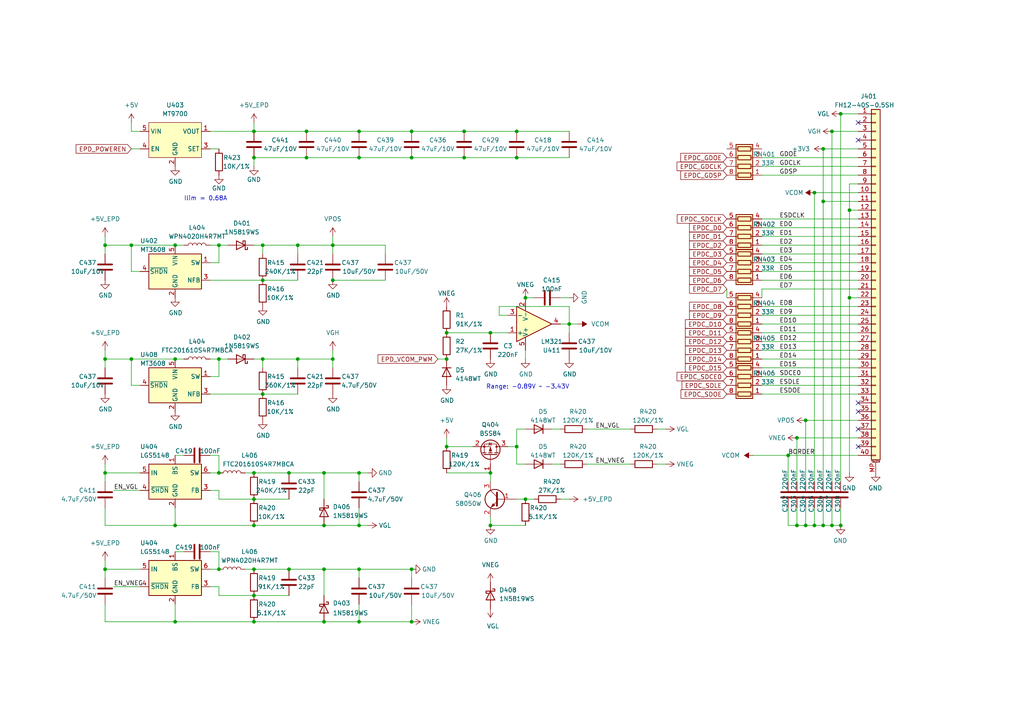
<source format=kicad_sch>
(kicad_sch (version 20230121) (generator eeschema)
  (paper "A4")
  (title_block (title "Caster EPDC") (date "2022-07-03") (rev "R0.4") (company "Copyright 2022 Modos / Engineer: Wenting Zhang"))
  (junction (at 233.68 121.92) (diameter 0.9144))
  (junction (at 165.1 93.98))
  (junction (at 50.8 180.34))
  (junction (at 142.24 96.52))
  (junction (at 104.14 45.72))
  (junction (at 149.86 129.54))
  (junction (at 76.2 71.12))
  (junction (at 129.54 129.54))
  (junction (at 119.38 38.1))
  (junction (at 142.24 137.16))
  (junction (at 119.38 165.1))
  (junction (at 149.86 38.1))
  (junction (at 104.14 165.1))
  (junction (at 86.36 104.14))
  (junction (at 88.9 45.72))
  (junction (at 238.76 152.4) (diameter 0.9144))
  (junction (at 236.22 55.88))
  (junction (at 243.84 152.4) (diameter 0.9144))
  (junction (at 152.4 144.78))
  (junction (at 73.66 144.78) (diameter 0.9144))
  (junction (at 63.5 137.16))
  (junction (at 73.66 38.1))
  (junction (at 104.14 137.16))
  (junction (at 129.54 96.52))
  (junction (at 73.66 165.1) (diameter 0.9144))
  (junction (at 73.66 180.34))
  (junction (at 246.38 60.96) (diameter 0.9144))
  (junction (at 104.14 38.1))
  (junction (at 38.1 71.12))
  (junction (at 238.76 43.18))
  (junction (at 142.24 152.4))
  (junction (at 73.66 152.4))
  (junction (at 76.2 114.3) (diameter 0.9144))
  (junction (at 119.38 180.34))
  (junction (at 228.6 132.08) (diameter 0.9144))
  (junction (at 63.5 71.12))
  (junction (at 236.22 152.4) (diameter 0.9144))
  (junction (at 88.9 38.1))
  (junction (at 73.66 137.16) (diameter 0.9144))
  (junction (at 243.84 33.02) (diameter 0.9144))
  (junction (at 63.5 104.14))
  (junction (at 30.48 165.1))
  (junction (at 129.54 104.14))
  (junction (at 38.1 104.14))
  (junction (at 241.3 152.4) (diameter 0.9144))
  (junction (at 149.86 45.72))
  (junction (at 241.3 38.1) (diameter 0.9144))
  (junction (at 104.14 152.4))
  (junction (at 50.8 152.4))
  (junction (at 104.14 180.34))
  (junction (at 119.38 45.72))
  (junction (at 83.82 165.1))
  (junction (at 96.52 71.12))
  (junction (at 96.52 81.28))
  (junction (at 96.52 104.14))
  (junction (at 50.8 71.12))
  (junction (at 93.98 180.34))
  (junction (at 76.2 104.14))
  (junction (at 86.36 71.12))
  (junction (at 63.5 165.1))
  (junction (at 134.62 45.72))
  (junction (at 73.66 172.72) (diameter 0.9144))
  (junction (at 231.14 127) (diameter 0.9144))
  (junction (at 73.66 45.72))
  (junction (at 93.98 137.16))
  (junction (at 93.98 152.4))
  (junction (at 30.48 137.16))
  (junction (at 83.82 137.16))
  (junction (at 76.2 81.28) (diameter 0.9144))
  (junction (at 93.98 165.1))
  (junction (at 152.4 86.36))
  (junction (at 246.38 86.36) (diameter 0.9144))
  (junction (at 30.48 104.14))
  (junction (at 233.68 152.4) (diameter 0.9144))
  (junction (at 30.48 71.12))
  (junction (at 50.8 104.14))
  (junction (at 231.14 152.4) (diameter 0.9144))
  (junction (at 238.76 58.42) (diameter 0.9144))
  (junction (at 134.62 38.1))
  (no_connect (at 248.92 129.54))
  (no_connect (at 248.92 116.84))
  (no_connect (at 248.92 119.38))
  (no_connect (at 248.92 124.46))
  (no_connect (at 248.92 35.56))
  (no_connect (at 248.92 40.64))
  (wire (pts (xy 30.48 175.26) (xy 30.48 180.34)))
  (wire (pts (xy 165.1 45.72) (xy 149.86 45.72)))
  (wire (pts (xy 63.5 71.12) (xy 66.04 71.12)))
  (wire (pts (xy 60.96 170.18) (xy 63.5 170.18)))
  (wire (pts (xy 162.56 86.36) (xy 165.1 86.36)))
  (wire (pts (xy 220.98 68.58) (xy 248.92 68.58)))
  (wire (pts (xy 149.86 134.62) (xy 152.4 134.62)))
  (wire (pts (xy 86.36 71.12) (xy 86.36 73.66)))
  (wire (pts (xy 73.66 144.78) (xy 63.5 144.78)))
  (wire (pts (xy 147.32 129.54) (xy 149.86 129.54)))
  (wire (pts (xy 73.66 38.1) (xy 88.9 38.1)))
  (wire (pts (xy 220.98 83.82) (xy 248.92 83.82)))
  (wire (pts (xy 241.3 38.1) (xy 248.92 38.1)))
  (wire (pts (xy 73.66 137.16) (xy 83.82 137.16)))
  (wire (pts (xy 144.78 91.44) (xy 147.32 91.44)))
  (wire (pts (xy 50.8 152.4) (xy 73.66 152.4)))
  (wire (pts (xy 134.62 45.72) (xy 149.86 45.72)))
  (wire (pts (xy 76.2 114.3) (xy 86.36 114.3)))
  (wire (pts (xy 30.48 162.56) (xy 30.48 165.1)))
  (wire (pts (xy 30.48 71.12) (xy 30.48 73.66)))
  (wire (pts (xy 38.1 43.18) (xy 40.64 43.18)))
  (wire (pts (xy 238.76 58.42) (xy 238.76 139.7)))
  (wire (pts (xy 73.66 172.72) (xy 83.82 172.72)))
  (wire (pts (xy 220.98 45.72) (xy 248.92 45.72)))
  (wire (pts (xy 236.22 55.88) (xy 248.92 55.88)))
  (wire (pts (xy 160.02 124.46) (xy 162.56 124.46)))
  (wire (pts (xy 220.98 63.5) (xy 248.92 63.5)))
  (wire (pts (xy 96.52 71.12) (xy 96.52 73.66)))
  (wire (pts (xy 50.8 132.08) (xy 53.34 132.08)))
  (wire (pts (xy 220.98 73.66) (xy 248.92 73.66)))
  (wire (pts (xy 30.48 137.16) (xy 30.48 139.7)))
  (wire (pts (xy 220.98 99.06) (xy 248.92 99.06)))
  (wire (pts (xy 210.82 83.82) (xy 210.82 86.36)))
  (wire (pts (xy 246.38 53.34) (xy 246.38 60.96)))
  (wire (pts (xy 119.38 38.1) (xy 134.62 38.1)))
  (wire (pts (xy 220.98 88.9) (xy 248.92 88.9)))
  (wire (pts (xy 60.96 81.28) (xy 76.2 81.28)))
  (wire (pts (xy 127 104.14) (xy 129.54 104.14)))
  (wire (pts (xy 149.86 124.46) (xy 149.86 129.54)))
  (wire (pts (xy 129.54 96.52) (xy 142.24 96.52)))
  (wire (pts (xy 60.96 109.22) (xy 63.5 109.22)))
  (wire (pts (xy 38.1 71.12) (xy 38.1 78.74)))
  (wire (pts (xy 104.14 45.72) (xy 119.38 45.72)))
  (wire (pts (xy 190.5 134.62) (xy 193.04 134.62)))
  (wire (pts (xy 104.14 180.34) (xy 119.38 180.34)))
  (wire (pts (xy 93.98 137.16) (xy 93.98 144.78)))
  (wire (pts (xy 220.98 106.68) (xy 248.92 106.68)))
  (wire (pts (xy 38.1 104.14) (xy 50.8 104.14)))
  (wire (pts (xy 228.6 147.32) (xy 228.6 152.4)))
  (wire (pts (xy 246.38 60.96) (xy 246.38 86.36)))
  (wire (pts (xy 63.5 104.14) (xy 66.04 104.14)))
  (wire (pts (xy 73.66 104.14) (xy 76.2 104.14)))
  (wire (pts (xy 96.52 101.6) (xy 96.52 104.14)))
  (wire (pts (xy 93.98 137.16) (xy 104.14 137.16)))
  (wire (pts (xy 228.6 132.08) (xy 228.6 139.7)))
  (wire (pts (xy 60.96 160.02) (xy 63.5 160.02)))
  (wire (pts (xy 220.98 109.22) (xy 248.92 109.22)))
  (wire (pts (xy 162.56 93.98) (xy 165.1 93.98)))
  (wire (pts (xy 165.1 93.98) (xy 165.1 96.52)))
  (wire (pts (xy 63.5 165.1) (xy 60.96 165.1)))
  (wire (pts (xy 40.64 111.76) (xy 38.1 111.76)))
  (wire (pts (xy 30.48 180.34) (xy 50.8 180.34)))
  (wire (pts (xy 119.38 165.1) (xy 119.38 167.64)))
  (wire (pts (xy 73.66 165.1) (xy 83.82 165.1)))
  (wire (pts (xy 149.86 129.54) (xy 149.86 134.62)))
  (wire (pts (xy 220.98 81.28) (xy 248.92 81.28)))
  (wire (pts (xy 73.66 172.72) (xy 63.5 172.72)))
  (wire (pts (xy 220.98 93.98) (xy 248.92 93.98)))
  (wire (pts (xy 60.96 114.3) (xy 76.2 114.3)))
  (wire (pts (xy 104.14 165.1) (xy 119.38 165.1)))
  (wire (pts (xy 63.5 142.24) (xy 63.5 144.78)))
  (wire (pts (xy 88.9 45.72) (xy 104.14 45.72)))
  (wire (pts (xy 76.2 81.28) (xy 86.36 81.28)))
  (wire (pts (xy 170.18 134.62) (xy 182.88 134.62)))
  (wire (pts (xy 73.66 38.1) (xy 73.66 35.56)))
  (wire (pts (xy 50.8 180.34) (xy 73.66 180.34)))
  (wire (pts (xy 83.82 165.1) (xy 93.98 165.1)))
  (wire (pts (xy 50.8 104.14) (xy 53.34 104.14)))
  (wire (pts (xy 238.76 43.18) (xy 248.92 43.18)))
  (wire (pts (xy 60.96 43.18) (xy 63.5 43.18)))
  (wire (pts (xy 30.48 104.14) (xy 30.48 106.68)))
  (wire (pts (xy 63.5 170.18) (xy 63.5 172.72)))
  (wire (pts (xy 218.44 132.08) (xy 228.6 132.08)))
  (wire (pts (xy 220.98 50.8) (xy 248.92 50.8)))
  (wire (pts (xy 76.2 71.12) (xy 86.36 71.12)))
  (wire (pts (xy 76.2 104.14) (xy 86.36 104.14)))
  (wire (pts (xy 162.56 144.78) (xy 165.1 144.78)))
  (wire (pts (xy 129.54 127) (xy 129.54 129.54)))
  (wire (pts (xy 119.38 175.26) (xy 119.38 180.34)))
  (wire (pts (xy 149.86 144.78) (xy 152.4 144.78)))
  (wire (pts (xy 96.52 81.28) (xy 111.76 81.28)))
  (wire (pts (xy 236.22 147.32) (xy 236.22 152.4)))
  (wire (pts (xy 104.14 152.4) (xy 106.68 152.4)))
  (wire (pts (xy 241.3 152.4) (xy 243.84 152.4)))
  (wire (pts (xy 40.64 78.74) (xy 38.1 78.74)))
  (wire (pts (xy 220.98 114.3) (xy 248.92 114.3)))
  (wire (pts (xy 236.22 55.88) (xy 236.22 139.7)))
  (wire (pts (xy 220.98 96.52) (xy 248.92 96.52)))
  (wire (pts (xy 233.68 121.92) (xy 233.68 139.7)))
  (wire (pts (xy 165.1 38.1) (xy 149.86 38.1)))
  (wire (pts (xy 246.38 86.36) (xy 248.92 86.36)))
  (wire (pts (xy 73.66 165.1) (xy 71.12 165.1)))
  (wire (pts (xy 142.24 137.16) (xy 142.24 139.7)))
  (wire (pts (xy 30.48 101.6) (xy 30.48 104.14)))
  (wire (pts (xy 246.38 86.36) (xy 246.38 137.16)))
  (wire (pts (xy 104.14 165.1) (xy 104.14 167.64)))
  (wire (pts (xy 243.84 33.02) (xy 243.84 139.7)))
  (wire (pts (xy 73.66 180.34) (xy 93.98 180.34)))
  (wire (pts (xy 76.2 104.14) (xy 76.2 106.68)))
  (wire (pts (xy 111.76 71.12) (xy 111.76 73.66)))
  (wire (pts (xy 63.5 137.16) (xy 60.96 137.16)))
  (wire (pts (xy 73.66 152.4) (xy 93.98 152.4)))
  (wire (pts (xy 50.8 71.12) (xy 53.34 71.12)))
  (wire (pts (xy 220.98 91.44) (xy 248.92 91.44)))
  (wire (pts (xy 243.84 147.32) (xy 243.84 152.4)))
  (wire (pts (xy 63.5 76.2) (xy 63.5 71.12)))
  (wire (pts (xy 96.52 71.12) (xy 111.76 71.12)))
  (wire (pts (xy 165.1 93.98) (xy 167.64 93.98)))
  (wire (pts (xy 104.14 137.16) (xy 104.14 139.7)))
  (wire (pts (xy 142.24 149.86) (xy 142.24 152.4)))
  (wire (pts (xy 63.5 160.02) (xy 63.5 165.1)))
  (wire (pts (xy 50.8 147.32) (xy 50.8 152.4)))
  (wire (pts (xy 129.54 137.16) (xy 142.24 137.16)))
  (wire (pts (xy 60.96 104.14) (xy 63.5 104.14)))
  (wire (pts (xy 104.14 147.32) (xy 104.14 152.4)))
  (wire (pts (xy 60.96 71.12) (xy 63.5 71.12)))
  (wire (pts (xy 233.68 152.4) (xy 236.22 152.4)))
  (wire (pts (xy 220.98 101.6) (xy 248.92 101.6)))
  (wire (pts (xy 142.24 96.52) (xy 147.32 96.52)))
  (wire (pts (xy 83.82 137.16) (xy 93.98 137.16)))
  (wire (pts (xy 104.14 137.16) (xy 106.68 137.16)))
  (wire (pts (xy 76.2 71.12) (xy 76.2 73.66)))
  (wire (pts (xy 144.78 88.9) (xy 144.78 91.44)))
  (wire (pts (xy 93.98 180.34) (xy 104.14 180.34)))
  (wire (pts (xy 86.36 71.12) (xy 96.52 71.12)))
  (wire (pts (xy 152.4 124.46) (xy 149.86 124.46)))
  (wire (pts (xy 104.14 38.1) (xy 119.38 38.1)))
  (wire (pts (xy 93.98 152.4) (xy 104.14 152.4)))
  (wire (pts (xy 243.84 33.02) (xy 248.92 33.02)))
  (wire (pts (xy 30.48 147.32) (xy 30.48 152.4)))
  (wire (pts (xy 190.5 124.46) (xy 193.04 124.46)))
  (wire (pts (xy 238.76 58.42) (xy 248.92 58.42)))
  (wire (pts (xy 119.38 45.72) (xy 134.62 45.72)))
  (wire (pts (xy 129.54 129.54) (xy 137.16 129.54)))
  (wire (pts (xy 63.5 109.22) (xy 63.5 104.14)))
  (wire (pts (xy 88.9 38.1) (xy 104.14 38.1)))
  (wire (pts (xy 38.1 38.1) (xy 40.64 38.1)))
  (wire (pts (xy 231.14 147.32) (xy 231.14 152.4)))
  (wire (pts (xy 220.98 104.14) (xy 248.92 104.14)))
  (wire (pts (xy 38.1 35.56) (xy 38.1 38.1)))
  (wire (pts (xy 170.18 124.46) (xy 182.88 124.46)))
  (wire (pts (xy 73.66 45.72) (xy 88.9 45.72)))
  (wire (pts (xy 246.38 60.96) (xy 248.92 60.96)))
  (wire (pts (xy 241.3 38.1) (xy 241.3 139.7)))
  (wire (pts (xy 93.98 165.1) (xy 93.98 172.72)))
  (wire (pts (xy 33.02 142.24) (xy 40.64 142.24)))
  (wire (pts (xy 30.48 165.1) (xy 40.64 165.1)))
  (wire (pts (xy 30.48 71.12) (xy 38.1 71.12)))
  (wire (pts (xy 38.1 71.12) (xy 50.8 71.12)))
  (wire (pts (xy 241.3 147.32) (xy 241.3 152.4)))
  (wire (pts (xy 73.66 45.72) (xy 73.66 48.26)))
  (wire (pts (xy 96.52 68.58) (xy 96.52 71.12)))
  (wire (pts (xy 73.66 71.12) (xy 76.2 71.12)))
  (wire (pts (xy 233.68 147.32) (xy 233.68 152.4)))
  (wire (pts (xy 30.48 137.16) (xy 40.64 137.16)))
  (wire (pts (xy 104.14 175.26) (xy 104.14 180.34)))
  (wire (pts (xy 152.4 101.6) (xy 152.4 104.14)))
  (wire (pts (xy 231.14 152.4) (xy 233.68 152.4)))
  (wire (pts (xy 33.02 170.18) (xy 40.64 170.18)))
  (wire (pts (xy 152.4 86.36) (xy 154.94 86.36)))
  (wire (pts (xy 63.5 132.08) (xy 63.5 137.16)))
  (wire (pts (xy 73.66 137.16) (xy 71.12 137.16)))
  (wire (pts (xy 231.14 127) (xy 248.92 127)))
  (wire (pts (xy 86.36 104.14) (xy 96.52 104.14)))
  (wire (pts (xy 60.96 142.24) (xy 63.5 142.24)))
  (wire (pts (xy 220.98 66.04) (xy 248.92 66.04)))
  (wire (pts (xy 228.6 152.4) (xy 231.14 152.4)))
  (wire (pts (xy 96.52 104.14) (xy 96.52 106.68)))
  (wire (pts (xy 38.1 104.14) (xy 38.1 111.76)))
  (wire (pts (xy 30.48 165.1) (xy 30.48 167.64)))
  (wire (pts (xy 30.48 104.14) (xy 38.1 104.14)))
  (wire (pts (xy 220.98 111.76) (xy 248.92 111.76)))
  (wire (pts (xy 220.98 76.2) (xy 248.92 76.2)))
  (wire (pts (xy 165.1 88.9) (xy 144.78 88.9)))
  (wire (pts (xy 220.98 83.82) (xy 220.98 86.36)))
  (wire (pts (xy 238.76 43.18) (xy 238.76 58.42)))
  (wire (pts (xy 220.98 71.12) (xy 248.92 71.12)))
  (wire (pts (xy 152.4 144.78) (xy 154.94 144.78)))
  (wire (pts (xy 160.02 134.62) (xy 162.56 134.62)))
  (wire (pts (xy 233.68 121.92) (xy 248.92 121.92)))
  (wire (pts (xy 50.8 175.26) (xy 50.8 180.34)))
  (wire (pts (xy 231.14 127) (xy 231.14 139.7)))
  (wire (pts (xy 134.62 38.1) (xy 149.86 38.1)))
  (wire (pts (xy 220.98 48.26) (xy 248.92 48.26)))
  (wire (pts (xy 165.1 93.98) (xy 165.1 88.9)))
  (wire (pts (xy 30.48 152.4) (xy 50.8 152.4)))
  (wire (pts (xy 236.22 152.4) (xy 238.76 152.4)))
  (wire (pts (xy 238.76 147.32) (xy 238.76 152.4)))
  (wire (pts (xy 142.24 152.4) (xy 152.4 152.4)))
  (wire (pts (xy 228.6 132.08) (xy 248.92 132.08)))
  (wire (pts (xy 60.96 132.08) (xy 63.5 132.08)))
  (wire (pts (xy 238.76 152.4) (xy 241.3 152.4)))
  (wire (pts (xy 50.8 160.02) (xy 53.34 160.02)))
  (wire (pts (xy 248.92 53.34) (xy 246.38 53.34)))
  (wire (pts (xy 73.66 144.78) (xy 83.82 144.78)))
  (wire (pts (xy 220.98 78.74) (xy 248.92 78.74)))
  (wire (pts (xy 30.48 68.58) (xy 30.48 71.12)))
  (wire (pts (xy 60.96 38.1) (xy 73.66 38.1)))
  (wire (pts (xy 93.98 165.1) (xy 104.14 165.1)))
  (wire (pts (xy 86.36 104.14) (xy 86.36 106.68)))
  (wire (pts (xy 30.48 134.62) (xy 30.48 137.16)))
  (wire (pts (xy 60.96 76.2) (xy 63.5 76.2)))
  (text "Ilim = 0.68A" (at 53.34 58.42 0) (effects (font (size 1.27 1.27)) (justify left bottom)))
  (text "Range: -0.89V ~ -3.43V" (at 140.97 113.03 0) (effects (font (size 1.27 1.27)) (justify left bottom)))
  (label "EN_VGL" (at 33.02 142.24 0))
  (label "GDOE" (at 226.06 45.72 0))
  (label "ED15" (at 226.06 106.68 0))
  (label "ED14" (at 226.06 104.14 0))
  (label "ED13" (at 226.06 101.6 0))
  (label "ESDCLK" (at 226.06 63.5 0))
  (label "GDCLK" (at 226.06 48.26 0))
  (label "ESDLE" (at 226.06 111.76 0))
  (label "ED1" (at 226.06 68.58 0))
  (label "ED9" (at 226.06 91.44 0))
  (label "ED10" (at 226.06 93.98 0))
  (label "EN_VGL" (at 172.72 124.46 0))
  (label "ED11" (at 226.06 96.52 0))
  (label "EN_VNEG" (at 172.72 134.62 0))
  (label "ESDOE" (at 226.06 114.3 0))
  (label "ED7" (at 226.06 83.82 0))
  (label "ED6" (at 226.06 81.28 0))
  (label "ED2" (at 226.06 71.12 0))
  (label "GDSP" (at 226.06 50.8 0))
  (label "EN_VNEG" (at 33.02 170.18 0))
  (label "BORDER" (at 228.6 132.08 0))
  (label "ED5" (at 226.06 78.74 0))
  (label "ED12" (at 226.06 99.06 0))
  (label "ED4" (at 226.06 76.2 0))
  (label "ED3" (at 226.06 73.66 0))
  (label "ED8" (at 226.06 88.9 0))
  (label "SDCE0" (at 226.06 109.22 0))
  (label "ED0" (at 226.06 66.04 0))
  (global_label "EPDC_D2" (shape input) (at 210.82 71.12 180) (property "Intersheetrefs" "${INTERSHEET_REFS}" (effects hide)))
  (global_label "EPDC_D9" (shape input) (at 210.82 91.44 180) (property "Intersheetrefs" "${INTERSHEET_REFS}" (effects hide)))
  (global_label "EPDC_GDSP" (shape input) (at 210.82 50.8 180) (property "Intersheetrefs" "${INTERSHEET_REFS}" (effects hide)))
  (global_label "EPDC_D4" (shape input) (at 210.82 76.2 180) (property "Intersheetrefs" "${INTERSHEET_REFS}" (effects hide)))
  (global_label "EPDC_D11" (shape input) (at 210.82 96.52 180) (property "Intersheetrefs" "${INTERSHEET_REFS}" (effects hide)))
  (global_label "EPDC_D15" (shape input) (at 210.82 106.68 180) (property "Intersheetrefs" "${INTERSHEET_REFS}" (effects hide)))
  (global_label "EPDC_SDCLK" (shape input) (at 210.82 63.5 180) (property "Intersheetrefs" "${INTERSHEET_REFS}" (effects hide)))
  (global_label "EPDC_GDOE" (shape input) (at 210.82 45.72 180) (property "Intersheetrefs" "${INTERSHEET_REFS}" (effects hide)))
  (global_label "EPDC_D8" (shape input) (at 210.82 88.9 180) (property "Intersheetrefs" "${INTERSHEET_REFS}" (effects hide)))
  (global_label "EPDC_GDCLK" (shape input) (at 210.82 48.26 180) (property "Intersheetrefs" "${INTERSHEET_REFS}" (effects hide)))
  (global_label "EPDC_D7" (shape input) (at 210.82 83.82 180) (property "Intersheetrefs" "${INTERSHEET_REFS}" (effects hide)))
  (global_label "EPDC_SDOE" (shape input) (at 210.82 114.3 180) (property "Intersheetrefs" "${INTERSHEET_REFS}" (effects hide)))
  (global_label "EPDC_D12" (shape input) (at 210.82 99.06 180) (property "Intersheetrefs" "${INTERSHEET_REFS}" (effects hide)))
  (global_label "EPDC_D13" (shape input) (at 210.82 101.6 180) (property "Intersheetrefs" "${INTERSHEET_REFS}" (effects hide)))
  (global_label "EPDC_D6" (shape input) (at 210.82 81.28 180) (property "Intersheetrefs" "${INTERSHEET_REFS}" (effects hide)))
  (global_label "EPDC_D14" (shape input) (at 210.82 104.14 180) (property "Intersheetrefs" "${INTERSHEET_REFS}" (effects hide)))
  (global_label "EPDC_SDLE" (shape input) (at 210.82 111.76 180) (property "Intersheetrefs" "${INTERSHEET_REFS}" (effects hide)))
  (global_label "EPDC_D5" (shape input) (at 210.82 78.74 180) (property "Intersheetrefs" "${INTERSHEET_REFS}" (effects hide)))
  (global_label "EPDC_D0" (shape input) (at 210.82 66.04 180) (property "Intersheetrefs" "${INTERSHEET_REFS}" (effects hide)))
  (global_label "EPD_VCOM_PWM" (shape input) (at 127 104.14 180) (property "Intersheetrefs" "${INTERSHEET_REFS}" (effects hide)))
  (global_label "EPDC_D10" (shape input) (at 210.82 93.98 180) (property "Intersheetrefs" "${INTERSHEET_REFS}" (effects hide)))
  (global_label "EPDC_SDCE0" (shape input) (at 210.82 109.22 180) (property "Intersheetrefs" "${INTERSHEET_REFS}" (effects hide)))
  (global_label "EPDC_D3" (shape input) (at 210.82 73.66 180) (property "Intersheetrefs" "${INTERSHEET_REFS}" (effects hide)))
  (global_label "EPDC_D1" (shape input) (at 210.82 68.58 180) (property "Intersheetrefs" "${INTERSHEET_REFS}" (effects hide)))
  (global_label "EPD_POWEREN" (shape input) (at 38.1 43.18 180) (property "Intersheetrefs" "${INTERSHEET_REFS}" (effects hide)))
  (symbol (lib_id "power:GND") (at 106.68 137.16 90) (unit 1)
    (property "Reference" "#PWR0458" (effects hide))
    (property "Value" "GND" (at 111.76 137.16 90))
    (instances (project "pcb" (path "" (reference "#PWR0458") (unit 1)) (path "" (reference "#PWR0473") (unit 1))) (project "pcb" (path "" (reference "#PWR022") (unit 1))) (project "pcb" (path "" (reference "#PWR021") (unit 1))))
  )
  (symbol (lib_id "symbols:VNEG") (at 231.14 127 90) (unit 1)
    (property "Reference" "#PWR0402" (effects hide))
    (property "Value" "VNEG" (at 225.425 127 90))
  )
  (symbol (lib_id "Device:C") (at 158.75 86.36 270) (unit 1)
    (property "Reference" "C415" (at 160.02 81.28 90))
    (property "Value" "100nF" (at 160.02 83.82 90))
    (property "Footprint" "Capacitor_SMD:C_0402_1005Metric" (effects hide))
    (instances (project "pcb" (path "" (reference "C415") (unit 1)) (path "" (reference "C440") (unit 1))) (project "pcb" (path "" (reference "C7") (unit 1))) (project "pcb" (path "" (reference "C12") (unit 1))))
  )
  (symbol (lib_id "symbols:+5V_EPD") (at 30.48 101.6 0) (unit 1)
    (property "Reference" "#PWR0449" (effects hide))
    (property "Value" "+5V_EPD" (at 30.48 96.52 0))
  )
  (symbol (lib_id "symbols:VNEG") (at 129.54 88.9 0) (unit 1)
    (property "Reference" "#PWR0478" (effects hide))
    (property "Value" "VNEG" (at 129.54 85.09 0))
  )
  (symbol (lib_id "Device:C") (at 57.15 132.08 270) (unit 1)
    (property "Reference" "C419" (at 53.34 130.81 90))
    (property "Value" "100nF" (at 60.96 130.81 90))
    (property "Footprint" "Capacitor_SMD:C_0402_1005Metric" (effects hide))
    (instances (project "pcb" (path "" (reference "C419") (unit 1)) (path "" (reference "C430") (unit 1))) (project "pcb" (path "" (reference "C11") (unit 1))) (project "pcb" (path "" (reference "C13") (unit 1))))
  )
  (symbol (lib_id "Device:C") (at 165.1 41.91 0) (mirror x) (unit 1)
    (property "Reference" "C414" (at 172.72 40.64 0))
    (property "Value" "47uF/10V" (at 172.72 43.18 0))
    (property "Footprint" "Capacitor_SMD:C_1206_3216Metric" (effects hide))
    (property "LCSC" "C105490" (effects hide))
    (property "Ref.Price" "0.0165" (effects hide))
    (instances (project "pcb" (path "" (reference "C414") (unit 1)) (path "" (reference "C414") (unit 1))) (project "pcb" (path "" (reference "C22") (unit 1))))
  )
  (symbol (lib_id "Device:R_Pack04") (at 215.9 88.9 90) (unit 1)
    (property "Reference" "RN404" (at 224.8916 87.9348 90) (effects (justify left)))
    (property "Value" "33R" (at 224.663 90.4748 90) (effects (justify left)))
    (property "Footprint" "Resistor_SMD:R_Array_Convex_4x0402" (effects hide))
  )
  (symbol (lib_id "symbols:LT1615") (at 50.8 78.74 0) (unit 1)
    (property "Reference" "U402" (at 40.64 69.85 0) (effects (justify left)))
    (property "Value" "MT3608" (at 40.64 72.39 0) (effects (justify left)))
    (property "Footprint" "Package_TO_SOT_SMD:TSOT-23-5" (effects hide))
  )
  (symbol (lib_id "Device:R") (at 152.4 148.59 180) (unit 1)
    (property "Reference" "R420" (at 156.21 147.32 0))
    (property "Value" "5.1K/1%" (at 157.48 149.86 0))
    (property "Footprint" "Resistor_SMD:R_0402_1005Metric" (effects hide))
    (instances (project "pcb" (path "" (reference "R420") (unit 1)) (path "" (reference "R429") (unit 1))) (project "pcb" (path "" (reference "R6") (unit 1))) (project "pcb" (path "" (reference "R8") (unit 1))))
  )
  (symbol (lib_id "symbols:SY8120") (at 50.8 139.7 0) (unit 1)
    (property "Reference" "U404" (at 40.64 129.54 0) (effects (justify left)))
    (property "Value" "LGS5148" (at 40.64 132.08 0) (effects (justify left)))
    (property "Footprint" "Package_TO_SOT_SMD:TSOT-23-6" (effects hide))
    (instances (project "pcb" (path "" (reference "U404") (unit 1)) (path "" (reference "U410") (unit 1))) (project "pcb" (path "" (reference "U3") (unit 1))))
  )
  (symbol (lib_id "symbols:+5V_EPD") (at 165.1 144.78 270) (unit 1)
    (property "Reference" "#PWR0490" (effects hide))
    (property "Value" "+5V_EPD" (at 168.91 144.78 90) (effects (justify left)))
  )
  (symbol (lib_id "Device:C") (at 149.86 41.91 0) (mirror x) (unit 1)
    (property "Reference" "C418" (at 157.48 40.64 0))
    (property "Value" "47uF/10V" (at 157.48 43.18 0))
    (property "Footprint" "Capacitor_SMD:C_1206_3216Metric" (effects hide))
    (property "LCSC" "C105490" (effects hide))
    (property "Ref.Price" "0.0165" (effects hide))
    (instances (project "pcb" (path "" (reference "C418") (unit 1)) (path "" (reference "C418") (unit 1))) (project "pcb" (path "" (reference "C24") (unit 1))))
  )
  (symbol (lib_id "Device:C") (at 243.84 143.51 0) (unit 1)
    (property "Reference" "C308" (at 242.951 148.6916 90) (effects (justify left)))
    (property "Value" "220nF" (at 242.951 142.113 90) (effects (justify left)))
    (property "Footprint" "Capacitor_SMD:C_0402_1005Metric" (effects hide))
    (property "LCSC" "C880414" (effects hide))
    (property "Ref.Price" "0.0036" (effects hide))
  )
  (symbol (lib_id "Device:C") (at 73.66 41.91 0) (mirror x) (unit 1)
    (property "Reference" "C441" (at 81.28 40.64 0))
    (property "Value" "47uF/10V" (at 81.28 43.18 0))
    (property "Footprint" "Capacitor_SMD:C_1206_3216Metric" (effects hide))
    (property "LCSC" "C105490" (effects hide))
    (property "Ref.Price" "0.0165" (effects hide))
    (instances (project "pcb" (path "" (reference "C441") (unit 1)) (path "" (reference "C405") (unit 1))) (project "pcb" (path "" (reference "C30") (unit 1))))
  )
  (symbol (lib_id "Device:L") (at 57.15 71.12 90) (unit 1)
    (property "Reference" "L404" (at 57.15 66.04 90))
    (property "Value" "WPN4020H4R7MT" (at 57.15 68.58 90))
    (property "Footprint" "Inductor_SMD:L_Changjiang_FNR4020S" (effects hide))
    (instances (project "pcb" (path "" (reference "L404") (unit 1)) (path "" (reference "L401") (unit 1))) (project "pcb" (path "" (reference "L1") (unit 1))) (project "pcb" (path "" (reference "L2") (unit 1))))
  )
  (symbol (lib_id "Device:C") (at 233.68 143.51 0) (unit 1)
    (property "Reference" "C304" (at 232.791 148.6916 90) (effects (justify left)))
    (property "Value" "220nF" (at 232.791 142.113 90) (effects (justify left)))
    (property "Footprint" "Capacitor_SMD:C_0402_1005Metric" (effects hide))
    (property "LCSC" "C880414" (effects hide))
    (property "Ref.Price" "0.0036" (effects hide))
  )
  (symbol (lib_id "Transistor_FET:BSS84") (at 142.24 132.08 270) (mirror x) (unit 1)
    (property "Reference" "Q404" (at 142.24 123.19 90))
    (property "Value" "BSS84" (at 142.24 125.73 90))
    (property "Footprint" "Package_TO_SOT_SMD:SOT-23" (effects hide))
    (property "Datasheet" "http://assets.nexperia.com/documents/data-sheet/BSS84.pdf" (effects hide))
  )
  (symbol (lib_id "Device:R") (at 73.66 140.97 180) (unit 1)
    (property "Reference" "R419" (at 77.47 139.7 0))
    (property "Value" "240K/1%" (at 78.74 142.24 0))
    (property "Footprint" "Resistor_SMD:R_0402_1005Metric" (effects hide))
    (instances (project "pcb" (path "" (reference "R419") (unit 1)) (path "" (reference "R408") (unit 1))) (project "pcb" (path "" (reference "R5") (unit 1))) (project "pcb" (path "" (reference "R7") (unit 1))))
  )
  (symbol (lib_id "Device:R") (at 186.69 124.46 270) (unit 1)
    (property "Reference" "R420" (at 187.96 119.38 90))
    (property "Value" "120K/1%" (at 187.96 121.92 90))
    (property "Footprint" "Resistor_SMD:R_0402_1005Metric" (effects hide))
    (instances (project "pcb" (path "" (reference "R420") (unit 1)) (path "" (reference "R433") (unit 1))) (project "pcb" (path "" (reference "R6") (unit 1))) (project "pcb" (path "" (reference "R8") (unit 1))))
  )
  (symbol (lib_id "power:+5V") (at 129.54 127 0) (unit 1)
    (property "Reference" "#PWR0438" (effects hide))
    (property "Value" "+5V" (at 129.54 121.92 0))
    (instances (project "pcb" (path "" (reference "#PWR0438") (unit 1)) (path "" (reference "#PWR0488") (unit 1))) (project "pcb" (path "" (reference "#PWR07") (unit 1))))
  )
  (symbol (lib_id "Device:C") (at 236.22 143.51 0) (unit 1)
    (property "Reference" "C305" (at 235.331 148.6916 90) (effects (justify left)))
    (property "Value" "220nF" (at 235.331 142.113 90) (effects (justify left)))
    (property "Footprint" "Capacitor_SMD:C_0402_1005Metric" (effects hide))
    (property "LCSC" "C880414" (effects hide))
    (property "Ref.Price" "0.0036" (effects hide))
  )
  (symbol (lib_name "+5V_1") (lib_id "power:+5V") (at 38.1 35.56 0) (unit 1)
    (property "Reference" "#PWR0409" (effects hide))
    (property "Value" "+5V" (at 38.1 30.48 0))
  )
  (symbol (lib_id "power:+3V3") (at 238.76 43.18 90) (unit 1)
    (property "Reference" "#PWR0405" (effects hide))
    (property "Value" "+3V3" (at 234.95 43.18 90) (effects (justify left)))
  )
  (symbol (lib_id "Diode:1N5819WS") (at 93.98 176.53 270) (unit 1)
    (property "Reference" "D403" (at 96.52 174.9425 90) (effects (justify left)))
    (property "Value" "1N5819WS" (at 96.52 177.8 90) (effects (justify left)))
    (property "Footprint" "Diode_SMD:D_SOD-323" (effects hide))
    (property "Datasheet" "https://datasheet.lcsc.com/lcsc/2204281430_Guangdong-Hottech-1N5819WS_C191023.pdf" (effects hide))
  )
  (symbol (lib_id "Device:R") (at 166.37 134.62 270) (unit 1)
    (property "Reference" "R420" (at 167.64 129.54 90))
    (property "Value" "120K/1%" (at 167.64 132.08 90))
    (property "Footprint" "Resistor_SMD:R_0402_1005Metric" (effects hide))
    (instances (project "pcb" (path "" (reference "R420") (unit 1)) (path "" (reference "R432") (unit 1))) (project "pcb" (path "" (reference "R6") (unit 1))) (project "pcb" (path "" (reference "R8") (unit 1))))
  )
  (symbol (lib_id "symbols:VNEG") (at 119.38 180.34 270) (unit 1)
    (property "Reference" "#PWR0474" (effects hide))
    (property "Value" "VNEG" (at 125.095 180.34 90))
  )
  (symbol (lib_id "symbols:VGL") (at 106.68 152.4 270) (unit 1)
    (property "Reference" "#PWR0475" (effects hide))
    (property "Value" "VGL" (at 109.855 152.4001 90) (effects (justify left)))
  )
  (symbol (lib_id "Device:R") (at 129.54 133.35 180) (unit 1)
    (property "Reference" "R419" (at 133.35 132.08 0))
    (property "Value" "120K/1%" (at 134.62 134.62 0))
    (property "Footprint" "Resistor_SMD:R_0402_1005Metric" (effects hide))
    (instances (project "pcb" (path "" (reference "R419") (unit 1)) (path "" (reference "R427") (unit 1))) (project "pcb" (path "" (reference "R5") (unit 1))) (project "pcb" (path "" (reference "R7") (unit 1))))
  )
  (symbol (lib_id "power:GND") (at 246.38 137.16 0) (mirror y) (unit 1)
    (property "Reference" "#PWR0408" (effects hide))
    (property "Value" "GND" (at 246.253 141.5542 0))
  )
  (symbol (lib_id "symbols:VGH") (at 96.52 101.6 0) (unit 1)
    (property "Reference" "#PWR0453" (effects hide))
    (property "Value" "VGH" (at 96.52 96.52 0))
  )
  (symbol (lib_id "Device:C") (at 111.76 77.47 180) (unit 1)
    (property "Reference" "C437" (at 116.84 76.2 0))
    (property "Value" "10uF/50V" (at 119.38 78.74 0))
    (property "Footprint" "Capacitor_SMD:C_1206_3216Metric" (effects hide))
    (instances (project "pcb" (path "" (reference "C437") (unit 1)) (path "" (reference "C441") (unit 1))) (project "pcb" (path "" (reference "C19") (unit 1))) (project "pcb" (path "" (reference "C15") (unit 1))))
  )
  (symbol (lib_id "power:GND") (at 142.24 152.4 0) (unit 1)
    (property "Reference" "#PWR0444" (effects hide))
    (property "Value" "GND" (at 142.367 156.7942 0))
    (instances (project "pcb" (path "" (reference "#PWR0444") (unit 1)) (path "" (reference "#PWR0489") (unit 1))) (project "pcb" (path "" (reference "#PWR013") (unit 1))) (project "pcb" (path "" (reference "#PWR017") (unit 1))))
  )
  (symbol (lib_id "Device:D") (at 156.21 124.46 180) (unit 1)
    (property "Reference" "D5" (at 157.48 119.38 0))
    (property "Value" "4148WT" (at 157.48 121.92 0))
    (property "Footprint" "Diode_SMD:D_SOD-523" (effects hide))
    (property "Sim.Device" "D" (effects hide))
    (property "Sim.Pins" "1=K 2=A" (effects hide))
    (instances (project "adapter" (path "" (reference "D5") (unit 1))) (project "pcb" (path "" (reference "D410") (unit 1))))
  )
  (symbol (lib_id "power:GND") (at 254 137.16 0) (mirror y) (unit 1)
    (property "Reference" "#PWR0414" (effects hide))
    (property "Value" "GND" (at 253.873 141.5542 0))
  )
  (symbol (lib_id "Device:D") (at 156.21 134.62 180) (unit 1)
    (property "Reference" "D5" (at 157.48 129.54 0))
    (property "Value" "4148WT" (at 157.48 132.08 0))
    (property "Footprint" "Diode_SMD:D_SOD-523" (effects hide))
    (property "Sim.Device" "D" (effects hide))
    (property "Sim.Pins" "1=K 2=A" (effects hide))
    (instances (project "adapter" (path "" (reference "D5") (unit 1))) (project "pcb" (path "" (reference "D409") (unit 1))))
  )
  (symbol (lib_id "Device:R_Pack04") (at 215.9 109.22 90) (unit 1)
    (property "Reference" "RN406" (at 224.8916 108.2548 90) (effects (justify left)))
    (property "Value" "33R" (at 224.663 110.7948 90) (effects (justify left)))
    (property "Footprint" "Resistor_SMD:R_Array_Convex_4x0402" (effects hide))
  )
  (symbol (lib_id "Device:R_Pack04") (at 215.9 99.06 90) (unit 1)
    (property "Reference" "RN405" (at 224.8916 98.0948 90) (effects (justify left)))
    (property "Value" "33R" (at 224.663 100.6348 90) (effects (justify left)))
    (property "Footprint" "Resistor_SMD:R_Array_Convex_4x0402" (effects hide))
  )
  (symbol (lib_id "Device:C") (at 30.48 110.49 0) (mirror x) (unit 1)
    (property "Reference" "C437" (at 25.4 109.22 0))
    (property "Value" "10uF/10V" (at 25.4 111.76 0))
    (property "Footprint" "Capacitor_SMD:C_0805_2012Metric" (effects hide))
    (instances (project "pcb" (path "" (reference "C437") (unit 1)) (path "" (reference "C406") (unit 1))) (project "pcb" (path "" (reference "C19") (unit 1))) (project "pcb" (path "" (reference "C15") (unit 1))))
  )
  (symbol (lib_id "Device:C") (at 30.48 77.47 0) (mirror x) (unit 1)
    (property "Reference" "C437" (at 25.4 76.2 0))
    (property "Value" "10uF/10V" (at 25.4 78.74 0))
    (property "Footprint" "Capacitor_SMD:C_0805_2012Metric" (effects hide))
    (instances (project "pcb" (path "" (reference "C437") (unit 1)) (path "" (reference "C422") (unit 1))) (project "pcb" (path "" (reference "C19") (unit 1))) (project "pcb" (path "" (reference "C15") (unit 1))))
  )
  (symbol (lib_id "power:GND") (at 243.84 152.4 0) (mirror y) (unit 1)
    (property "Reference" "#PWR0329" (effects hide))
    (property "Value" "GND" (at 243.713 156.7942 0))
  )
  (symbol (lib_id "Device:R") (at 76.2 110.49 180) (unit 1)
    (property "Reference" "R415" (at 80.01 109.22 0))
    (property "Value" "360K/1%" (at 81.28 111.76 0))
    (property "Footprint" "Resistor_SMD:R_0402_1005Metric" (effects hide))
    (instances (project "pcb" (path "" (reference "R415") (unit 1)) (path "" (reference "R404") (unit 1))) (project "pcb" (path "" (reference "R1") (unit 1))) (project "pcb" (path "" (reference "R7") (unit 1))))
  )
  (symbol (lib_id "power:VCOM") (at 167.64 93.98 270) (unit 1)
    (property "Reference" "#PWR0481" (effects hide))
    (property "Value" "VCOM" (at 171.45 93.98 90) (effects (justify left)))
  )
  (symbol (lib_id "power:GND") (at 129.54 111.76 0) (unit 1)
    (property "Reference" "#PWR011" (effects hide))
    (property "Value" "GND" (at 129.667 116.1542 0))
    (instances (project "adapter" (path "" (reference "#PWR011") (unit 1))) (project "pcb" (path "" (reference "#PWR0479") (unit 1))))
  )
  (symbol (lib_id "power:GND") (at 50.8 86.36 0) (unit 1)
    (property "Reference" "#PWR0444" (effects hide))
    (property "Value" "GND" (at 50.927 90.7542 0))
    (instances (project "pcb" (path "" (reference "#PWR0444") (unit 1)) (path "" (reference "#PWR0419") (unit 1))) (project "pcb" (path "" (reference "#PWR013") (unit 1))) (project "pcb" (path "" (reference "#PWR017") (unit 1))))
  )
  (symbol (lib_id "Device:C") (at 57.15 160.02 270) (unit 1)
    (property "Reference" "C419" (at 53.34 158.75 90))
    (property "Value" "100nF" (at 60.96 158.75 90))
    (property "Footprint" "Capacitor_SMD:C_0402_1005Metric" (effects hide))
    (instances (project "pcb" (path "" (reference "C419") (unit 1)) (path "" (reference "C427") (unit 1))) (project "pcb" (path "" (reference "C11") (unit 1))) (project "pcb" (path "" (reference "C13") (unit 1))))
  )
  (symbol (lib_id "Amplifier_Operational:LM321") (at 154.94 93.98 0) (mirror x) (unit 1)
    (property "Reference" "U411" (at 160.02 101.6 0))
    (property "Value" "LM321" (at 160.02 99.06 0))
    (property "Footprint" "Package_TO_SOT_SMD:SOT-23-5" (effects hide))
    (property "Datasheet" "http://www.ti.com/lit/ds/symlink/lm321.pdf" (effects hide))
  )
  (symbol (lib_id "Device:L") (at 67.31 137.16 90) (unit 1)
    (property "Reference" "L406" (at 72.39 132.08 90))
    (property "Value" "FTC201610S4R7MBCA" (at 74.93 134.62 90))
    (property "Footprint" "Inductor_SMD:L_Murata_DFE201610P" (effects hide))
    (instances (project "pcb" (path "" (reference "L406") (unit 1)) (path "" (reference "L405") (unit 1))) (project "pcb" (path "" (reference "L3") (unit 1))) (project "pcb" (path "" (reference "L2") (unit 1))))
  )
  (symbol (lib_id "Device:Q_NPN_BEC") (at 144.78 144.78 0) (mirror y) (unit 1)
    (property "Reference" "Q406" (at 139.7 143.51 0) (effects (justify left)))
    (property "Value" "S8050W" (at 139.7 146.05 0) (effects (justify left)))
    (property "Footprint" "Package_TO_SOT_SMD:SOT-323_SC-70" (effects hide))
  )
  (symbol (lib_id "symbols:VGL") (at 243.84 33.02 90) (unit 1)
    (property "Reference" "#PWR0407" (effects hide))
    (property "Value" "VGL" (at 240.665 33.0199 90) (effects (justify left)))
  )
  (symbol (lib_id "Device:C") (at 30.48 171.45 180) (unit 1)
    (property "Reference" "C411" (at 25.4 170.18 0))
    (property "Value" "4.7uF/50V" (at 22.86 172.72 0))
    (property "Footprint" "Capacitor_SMD:C_0805_2012Metric" (effects hide))
    (instances (project "pcb" (path "" (reference "C411") (unit 1)) (path "" (reference "C425") (unit 1))) (project "pcb" (path "" (reference "C3") (unit 1))) (project "pcb" (path "" (reference "C10") (unit 1))))
  )
  (symbol (lib_id "symbols:LT1615") (at 50.8 111.76 0) (unit 1)
    (property "Reference" "U408" (at 40.64 102.87 0) (effects (justify left)))
    (property "Value" "MT3608" (at 40.64 105.41 0) (effects (justify left)))
    (property "Footprint" "Package_TO_SOT_SMD:TSOT-23-5" (effects hide))
  )
  (symbol (lib_id "Device:C") (at 142.24 100.33 180) (unit 1)
    (property "Reference" "C3" (at 147.32 100.33 0))
    (property "Value" "220nF" (at 147.32 102.87 0))
    (property "Footprint" "Capacitor_SMD:C_0402_1005Metric" (effects hide))
    (instances (project "adapter" (path "" (reference "C3") (unit 1))) (project "pcb" (path "" (reference "C436") (unit 1))))
  )
  (symbol (lib_id "Connector_Generic_MountingPin:Conn_01x40_MountingPin") (at 254 81.28 0) (unit 1)
    (property "Reference" "J401" (at 251.968 27.94 0))
    (property "Value" "FH12-40S-0.5SH" (at 250.698 30.48 0))
    (property "Footprint" "footprints:Hirose_FH12-40S-0.5SH_1x40-1MP_P0.50mm_Horizontal_Reversed" (effects hide))
  )
  (symbol (lib_id "Diode:1N5819WS") (at 69.85 71.12 180) (unit 1)
    (property "Reference" "D401" (at 70.1675 64.77 0))
    (property "Value" "1N5819WS" (at 70.1675 67.31 0))
    (property "Footprint" "Diode_SMD:D_SOD-323" (effects hide))
    (property "Datasheet" "https://datasheet.lcsc.com/lcsc/2204281430_Guangdong-Hottech-1N5819WS_C191023.pdf" (effects hide))
  )
  (symbol (lib_id "symbols:+5V_EPD") (at 30.48 68.58 0) (unit 1)
    (property "Reference" "#PWR0417" (effects hide))
    (property "Value" "+5V_EPD" (at 30.48 63.5 0))
  )
  (symbol (lib_id "Device:C") (at 30.48 143.51 180) (unit 1)
    (property "Reference" "C411" (at 25.4 142.24 0))
    (property "Value" "4.7uF/50V" (at 22.86 144.78 0))
    (property "Footprint" "Capacitor_SMD:C_0805_2012Metric" (effects hide))
    (instances (project "pcb" (path "" (reference "C411") (unit 1)) (path "" (reference "C426") (unit 1))) (project "pcb" (path "" (reference "C3") (unit 1))) (project "pcb" (path "" (reference "C10") (unit 1))))
  )
  (symbol (lib_id "Device:R") (at 63.5 46.99 180) (unit 1)
    (property "Reference" "R423" (at 67.31 45.72 0))
    (property "Value" "10K/1%" (at 68.58 48.26 0))
    (property "Footprint" "Resistor_SMD:R_0402_1005Metric" (effects hide))
    (instances (project "pcb" (path "" (reference "R423") (unit 1)) (path "" (reference "R401") (unit 1))) (project "pcb" (path "" (reference "R9") (unit 1))) (project "pcb" (path "" (reference "R7") (unit 1))))
  )
  (symbol (lib_id "Device:R") (at 129.54 100.33 0) (unit 1)
    (property "Reference" "R2" (at 132.08 99.06 0) (effects (justify left)))
    (property "Value" "27K/1%" (at 132.08 101.6 0) (effects (justify left)))
    (property "Footprint" "Resistor_SMD:R_0402_1005Metric" (effects hide))
    (instances (project "adapter" (path "" (reference "R2") (unit 1))) (project "pcb" (path "" (reference "R411") (unit 1))))
  )
  (symbol (lib_id "Device:C") (at 86.36 110.49 180) (unit 1)
    (property "Reference" "C421" (at 91.44 109.22 0))
    (property "Value" "22pF" (at 91.44 111.76 0))
    (property "Footprint" "Capacitor_SMD:C_0402_1005Metric" (effects hide))
    (instances (project "pcb" (path "" (reference "C421") (unit 1)) (path "" (reference "C423") (unit 1))) (project "pcb" (path "" (reference "C13") (unit 1))) (project "pcb" (path "" (reference "C13") (unit 1))))
  )
  (symbol (lib_id "power:GND") (at 152.4 104.14 0) (unit 1)
    (property "Reference" "#PWR011" (effects hide))
    (property "Value" "GND" (at 152.527 108.5342 0))
    (instances (project "adapter" (path "" (reference "#PWR011") (unit 1))) (project "pcb" (path "" (reference "#PWR0485") (unit 1))))
  )
  (symbol (lib_id "symbols:MT9700") (at 50.8 40.64 0) (unit 1)
    (property "Reference" "U403" (at 50.8 30.48 0))
    (property "Value" "MT9700" (at 50.8 33.02 0))
    (property "Footprint" "Package_TO_SOT_SMD:SOT-23-5" (effects hide))
    (instances (project "pcb" (path "" (reference "U403") (unit 1)) (path "" (reference "U407") (unit 1))) (project "pcb" (path "" (reference "U5") (unit 1))))
  )
  (symbol (lib_id "Device:C") (at 134.62 41.91 0) (mirror x) (unit 1)
    (property "Reference" "C429" (at 142.24 40.64 0))
    (property "Value" "47uF/10V" (at 142.24 43.18 0))
    (property "Footprint" "Capacitor_SMD:C_1206_3216Metric" (effects hide))
    (property "LCSC" "C105490" (effects hide))
    (property "Ref.Price" "0.0165" (effects hide))
    (instances (project "pcb" (path "" (reference "C429") (unit 1)) (path "" (reference "C401") (unit 1))) (project "pcb" (path "" (reference "C25") (unit 1))))
  )
  (symbol (lib_id "power:VCOM") (at 236.22 55.88 90) (unit 1)
    (property "Reference" "#PWR0404" (effects hide))
    (property "Value" "VCOM" (at 233.045 55.8799 90) (effects (justify left)))
  )
  (symbol (lib_id "symbols:SY8120") (at 50.8 167.64 0) (unit 1)
    (property "Reference" "U404" (at 40.64 157.48 0) (effects (justify left)))
    (property "Value" "LGS5148" (at 40.64 160.02 0) (effects (justify left)))
    (property "Footprint" "Package_TO_SOT_SMD:TSOT-23-6" (effects hide))
    (instances (project "pcb" (path "" (reference "U404") (unit 1)) (path "" (reference "U409") (unit 1))) (project "pcb" (path "" (reference "U3") (unit 1))))
  )
  (symbol (lib_id "Device:R") (at 76.2 77.47 180) (unit 1)
    (property "Reference" "R415" (at 80.01 76.2 0))
    (property "Value" "240K/1%" (at 81.28 78.74 0))
    (property "Footprint" "Resistor_SMD:R_0402_1005Metric" (effects hide))
    (instances (project "pcb" (path "" (reference "R415") (unit 1)) (path "" (reference "R402") (unit 1))) (project "pcb" (path "" (reference "R1") (unit 1))) (project "pcb" (path "" (reference "R7") (unit 1))))
  )
  (symbol (lib_id "power:VCOM") (at 218.44 132.08 90) (unit 1)
    (property "Reference" "#PWR0401" (effects hide))
    (property "Value" "VCOM" (at 214.63 132.08 90) (effects (justify left)))
  )
  (symbol (lib_id "Device:C") (at 96.52 110.49 180) (unit 1)
    (property "Reference" "C437" (at 101.6 109.22 0))
    (property "Value" "4.7uF/50V" (at 104.14 111.76 0))
    (property "Footprint" "Capacitor_SMD:C_0805_2012Metric" (effects hide))
    (instances (project "pcb" (path "" (reference "C437") (unit 1)) (path "" (reference "C424") (unit 1))) (project "pcb" (path "" (reference "C19") (unit 1))) (project "pcb" (path "" (reference "C15") (unit 1))))
  )
  (symbol (lib_id "power:GND") (at 30.48 81.28 0) (unit 1)
    (property "Reference" "#PWR0458" (effects hide))
    (property "Value" "GND" (at 30.607 85.6742 0))
    (instances (project "pcb" (path "" (reference "#PWR0458") (unit 1)) (path "" (reference "#PWR0420") (unit 1))) (project "pcb" (path "" (reference "#PWR022") (unit 1))) (project "pcb" (path "" (reference "#PWR021") (unit 1))))
  )
  (symbol (lib_id "Device:R") (at 186.69 134.62 270) (unit 1)
    (property "Reference" "R420" (at 187.96 129.54 90))
    (property "Value" "120K/1%" (at 187.96 132.08 90))
    (property "Footprint" "Resistor_SMD:R_0402_1005Metric" (effects hide))
    (instances (project "pcb" (path "" (reference "R420") (unit 1)) (path "" (reference "R434") (unit 1))) (project "pcb" (path "" (reference "R6") (unit 1))) (project "pcb" (path "" (reference "R8") (unit 1))))
  )
  (symbol (lib_id "power:GND") (at 73.66 48.26 0) (mirror y) (unit 1)
    (property "Reference" "#PWR0134" (effects hide))
    (property "Value" "GND" (at 73.66 52.07 0))
    (instances (project "pcb" (path "" (reference "#PWR0134") (unit 1)) (path "" (reference "#PWR0467") (unit 1)) (path "" (reference "#PWR0415") (unit 1))) (project "pcb" (path "" (reference "#PWR032") (unit 1))))
  )
  (symbol (lib_id "power:GND") (at 165.1 86.36 90) (unit 1)
    (property "Reference" "#PWR011" (effects hide))
    (property "Value" "GND" (at 169.4942 86.233 0))
    (instances (project "adapter" (path "" (reference "#PWR011") (unit 1))) (project "pcb" (path "" (reference "#PWR0484") (unit 1))))
  )
  (symbol (lib_id "Device:L") (at 67.31 165.1 90) (unit 1)
    (property "Reference" "L406" (at 72.39 160.02 90))
    (property "Value" "WPN4020H4R7MT" (at 72.39 162.56 90))
    (property "Footprint" "Inductor_SMD:L_Changjiang_FNR4020S" (effects hide))
    (instances (project "pcb" (path "" (reference "L406") (unit 1)) (path "" (reference "L403") (unit 1))) (project "pcb" (path "" (reference "L3") (unit 1))) (project "pcb" (path "" (reference "L2") (unit 1))))
  )
  (symbol (lib_id "power:GND") (at 63.5 50.8 0) (mirror y) (unit 1)
    (property "Reference" "#PWR0134" (effects hide))
    (property "Value" "GND" (at 63.5 54.61 0))
    (instances (project "pcb" (path "" (reference "#PWR0134") (unit 1)) (path "" (reference "#PWR0465") (unit 1)) (path "" (reference "#PWR0412") (unit 1))) (project "pcb" (path "" (reference "#PWR030") (unit 1))))
  )
  (symbol (lib_id "Device:C") (at 83.82 140.97 180) (unit 1)
    (property "Reference" "C433" (at 88.9 139.7 0))
    (property "Value" "22pF" (at 88.9 142.24 0))
    (property "Footprint" "Capacitor_SMD:C_0402_1005Metric" (effects hide))
    (instances (project "pcb" (path "" (reference "C433") (unit 1)) (path "" (reference "C431") (unit 1))) (project "pcb" (path "" (reference "C15") (unit 1))) (project "pcb" (path "" (reference "C13") (unit 1))))
  )
  (symbol (lib_id "Device:R") (at 73.66 148.59 180) (unit 1)
    (property "Reference" "R420" (at 77.47 147.32 0))
    (property "Value" "10K/1%" (at 78.74 149.86 0))
    (property "Footprint" "Resistor_SMD:R_0402_1005Metric" (effects hide))
    (instances (project "pcb" (path "" (reference "R420") (unit 1)) (path "" (reference "R409") (unit 1))) (project "pcb" (path "" (reference "R6") (unit 1))) (project "pcb" (path "" (reference "R8") (unit 1))))
  )
  (symbol (lib_id "symbols:VGL") (at 193.04 124.46 270) (unit 1)
    (property "Reference" "#PWR0491" (effects hide))
    (property "Value" "VGL" (at 196.215 124.4601 90) (effects (justify left)))
  )
  (symbol (lib_id "Device:R_Pack04") (at 215.9 45.72 90) (unit 1)
    (property "Reference" "RN401" (at 224.8916 44.7548 90) (effects (justify left)))
    (property "Value" "33R" (at 224.663 47.2948 90) (effects (justify left)))
    (property "Footprint" "Resistor_SMD:R_Array_Convex_4x0402" (effects hide))
  )
  (symbol (lib_id "Diode:1N5819WS") (at 69.85 104.14 180) (unit 1)
    (property "Reference" "D402" (at 70.1675 97.79 0))
    (property "Value" "1N5819WS" (at 70.1675 100.33 0))
    (property "Footprint" "Diode_SMD:D_SOD-323" (effects hide))
    (property "Datasheet" "https://datasheet.lcsc.com/lcsc/2204281430_Guangdong-Hottech-1N5819WS_C191023.pdf" (effects hide))
  )
  (symbol (lib_id "power:GND") (at 76.2 121.92 0) (unit 1)
    (property "Reference" "#PWR0444" (effects hide))
    (property "Value" "GND" (at 76.327 126.3142 0))
    (instances (project "pcb" (path "" (reference "#PWR0444") (unit 1)) (path "" (reference "#PWR0452") (unit 1))) (project "pcb" (path "" (reference "#PWR013") (unit 1))) (project "pcb" (path "" (reference "#PWR017") (unit 1))))
  )
  (symbol (lib_id "power:GND") (at 96.52 114.3 0) (unit 1)
    (property "Reference" "#PWR0458" (effects hide))
    (property "Value" "GND" (at 96.647 118.6942 0))
    (instances (project "pcb" (path "" (reference "#PWR0458") (unit 1)) (path "" (reference "#PWR0454") (unit 1))) (project "pcb" (path "" (reference "#PWR022") (unit 1))) (project "pcb" (path "" (reference "#PWR021") (unit 1))))
  )
  (symbol (lib_id "Diode:1N5819WS") (at 142.24 172.72 270) (unit 1)
    (property "Reference" "D408" (at 144.78 171.1325 90) (effects (justify left)))
    (property "Value" "1N5819WS" (at 144.78 173.6725 90) (effects (justify left)))
    (property "Footprint" "Diode_SMD:D_SOD-323" (effects hide))
    (property "Datasheet" "https://datasheet.lcsc.com/lcsc/2204281430_Guangdong-Hottech-1N5819WS_C191023.pdf" (effects hide))
  )
  (symbol (lib_id "symbols:VPOS") (at 233.68 121.92 90) (unit 1)
    (property "Reference" "#PWR0403" (effects hide))
    (property "Value" "VPOS" (at 230.505 121.9199 90) (effects (justify left)))
  )
  (symbol (lib_id "Device:D") (at 129.54 107.95 270) (unit 1)
    (property "Reference" "D5" (at 132.08 107.315 90) (effects (justify left)))
    (property "Value" "4148WT" (at 132.08 109.855 90) (effects (justify left)))
    (property "Footprint" "Diode_SMD:D_SOD-523" (effects hide))
    (property "Sim.Device" "D" (effects hide))
    (property "Sim.Pins" "1=K 2=A" (effects hide))
    (instances (project "adapter" (path "" (reference "D5") (unit 1))) (project "pcb" (path "" (reference "D407") (unit 1))))
  )
  (symbol (lib_id "symbols:+5V_EPD") (at 30.48 134.62 0) (unit 1)
    (property "Reference" "#PWR0471" (effects hide))
    (property "Value" "+5V_EPD" (at 30.48 129.54 0))
  )
  (symbol (lib_id "Device:C") (at 119.38 41.91 0) (mirror x) (unit 1)
    (property "Reference" "C436" (at 127 40.64 0))
    (property "Value" "47uF/10V" (at 127 43.18 0))
    (property "Footprint" "Capacitor_SMD:C_1206_3216Metric" (effects hide))
    (property "LCSC" "C105490" (effects hide))
    (property "Ref.Price" "0.0165" (effects hide))
    (instances (project "pcb" (path "" (reference "C436") (unit 1)) (path "" (reference "C402") (unit 1))) (project "pcb" (path "" (reference "C26") (unit 1))))
  )
  (symbol (lib_id "Device:C") (at 96.52 77.47 180) (unit 1)
    (property "Reference" "C437" (at 101.6 76.2 0))
    (property "Value" "10uF/50V" (at 104.14 78.74 0))
    (property "Footprint" "Capacitor_SMD:C_1206_3216Metric" (effects hide))
    (instances (project "pcb" (path "" (reference "C437") (unit 1)) (path "" (reference "C408") (unit 1))) (project "pcb" (path "" (reference "C19") (unit 1))) (project "pcb" (path "" (reference "C15") (unit 1))))
  )
  (symbol (lib_id "symbols:VNEG") (at 193.04 134.62 270) (unit 1)
    (property "Reference" "#PWR0492" (effects hide))
    (property "Value" "VNEG" (at 198.755 134.62 90))
  )
  (symbol (lib_id "Device:R") (at 166.37 124.46 270) (unit 1)
    (property "Reference" "R420" (at 167.64 119.38 90))
    (property "Value" "120K/1%" (at 167.64 121.92 90))
    (property "Footprint" "Resistor_SMD:R_0402_1005Metric" (effects hide))
    (instances (project "pcb" (path "" (reference "R420") (unit 1)) (path "" (reference "R431") (unit 1))) (project "pcb" (path "" (reference "R6") (unit 1))) (project "pcb" (path "" (reference "R8") (unit 1))))
  )
  (symbol (lib_id "Device:C") (at 104.14 143.51 180) (unit 1)
    (property "Reference" "C437" (at 109.22 142.24 0))
    (property "Value" "4.7uF/50V" (at 111.76 144.78 0))
    (property "Footprint" "Capacitor_SMD:C_0805_2012Metric" (effects hide))
    (instances (project "pcb" (path "" (reference "C437") (unit 1)) (path "" (reference "C432") (unit 1))) (project "pcb" (path "" (reference "C19") (unit 1))) (project "pcb" (path "" (reference "C15") (unit 1))))
  )
  (symbol (lib_id "power:GND") (at 50.8 48.26 0) (unit 1)
    (property "Reference" "#PWR0132" (effects hide))
    (property "Value" "GND" (at 50.927 52.6542 0))
    (instances (project "pcb" (path "" (reference "#PWR0132") (unit 1)) (path "" (reference "#PWR0464") (unit 1)) (path "" (reference "#PWR0411") (unit 1))) (project "pcb" (path "" (reference "#PWR029") (unit 1))))
  )
  (symbol (lib_id "Device:R") (at 76.2 118.11 180) (unit 1)
    (property "Reference" "R416" (at 80.01 116.84 0))
    (property "Value" "10K/1%" (at 81.28 119.38 0))
    (property "Footprint" "Resistor_SMD:R_0402_1005Metric" (effects hide))
    (instances (project "pcb" (path "" (reference "R416") (unit 1)) (path "" (reference "R405") (unit 1))) (project "pcb" (path "" (reference "R2") (unit 1))) (project "pcb" (path "" (reference "R8") (unit 1))))
  )
  (symbol (lib_id "Device:C") (at 104.14 171.45 180) (unit 1)
    (property "Reference" "C437" (at 109.22 170.18 0))
    (property "Value" "10uF/50V" (at 111.76 172.72 0))
    (property "Footprint" "Capacitor_SMD:C_1206_3216Metric" (effects hide))
    (instances (project "pcb" (path "" (reference "C437") (unit 1)) (path "" (reference "C429") (unit 1))) (project "pcb" (path "" (reference "C19") (unit 1))) (project "pcb" (path "" (reference "C15") (unit 1))))
  )
  (symbol (lib_id "Device:C") (at 83.82 168.91 180) (unit 1)
    (property "Reference" "C433" (at 88.9 167.64 0))
    (property "Value" "22pF" (at 88.9 170.18 0))
    (property "Footprint" "Capacitor_SMD:C_0402_1005Metric" (effects hide))
    (instances (project "pcb" (path "" (reference "C433") (unit 1)) (path "" (reference "C428") (unit 1))) (project "pcb" (path "" (reference "C15") (unit 1))) (project "pcb" (path "" (reference "C13") (unit 1))))
  )
  (symbol (lib_id "Device:C") (at 241.3 143.51 0) (unit 1)
    (property "Reference" "C307" (at 240.411 148.6916 90) (effects (justify left)))
    (property "Value" "220nF" (at 240.411 142.113 90) (effects (justify left)))
    (property "Footprint" "Capacitor_SMD:C_0402_1005Metric" (effects hide))
    (property "LCSC" "C880414" (effects hide))
    (property "Ref.Price" "0.0036" (effects hide))
  )
  (symbol (lib_id "Device:R") (at 129.54 92.71 0) (unit 1)
    (property "Reference" "R1" (at 132.08 91.44 0) (effects (justify left)))
    (property "Value" "91K/1%" (at 132.08 93.98 0) (effects (justify left)))
    (property "Footprint" "Resistor_SMD:R_0402_1005Metric" (effects hide))
    (instances (project "adapter" (path "" (reference "R1") (unit 1))) (project "pcb" (path "" (reference "R410") (unit 1))))
  )
  (symbol (lib_id "Device:C") (at 165.1 100.33 180) (unit 1)
    (property "Reference" "C437" (at 170.18 99.06 0))
    (property "Value" "10uF/10V" (at 172.72 101.6 0))
    (property "Footprint" "Capacitor_SMD:C_0805_2012Metric" (effects hide))
    (instances (project "pcb" (path "" (reference "C437") (unit 1)) (path "" (reference "C439") (unit 1))) (project "pcb" (path "" (reference "C19") (unit 1))) (project "pcb" (path "" (reference "C15") (unit 1))))
  )
  (symbol (lib_id "symbols:VPOS") (at 96.52 68.58 0) (unit 1)
    (property "Reference" "#PWR0421" (effects hide))
    (property "Value" "VPOS" (at 93.98 63.5 0) (effects (justify left)))
  )
  (symbol (lib_id "power:GND") (at 142.24 104.14 0) (unit 1)
    (property "Reference" "#PWR011" (effects hide))
    (property "Value" "GND" (at 142.367 108.5342 0))
    (instances (project "adapter" (path "" (reference "#PWR011") (unit 1))) (project "pcb" (path "" (reference "#PWR0480") (unit 1))))
  )
  (symbol (lib_id "power:GND") (at 50.8 119.38 0) (unit 1)
    (property "Reference" "#PWR0444" (effects hide))
    (property "Value" "GND" (at 50.927 123.7742 0))
    (instances (project "pcb" (path "" (reference "#PWR0444") (unit 1)) (path "" (reference "#PWR0451") (unit 1))) (project "pcb" (path "" (reference "#PWR013") (unit 1))) (project "pcb" (path "" (reference "#PWR017") (unit 1))))
  )
  (symbol (lib_id "Device:R") (at 73.66 168.91 180) (unit 1)
    (property "Reference" "R419" (at 77.47 167.64 0))
    (property "Value" "91K/1%" (at 78.74 170.18 0))
    (property "Footprint" "Resistor_SMD:R_0402_1005Metric" (effects hide))
    (instances (project "pcb" (path "" (reference "R419") (unit 1)) (path "" (reference "R406") (unit 1))) (project "pcb" (path "" (reference "R5") (unit 1))) (project "pcb" (path "" (reference "R7") (unit 1))))
  )
  (symbol (lib_id "Device:C") (at 231.14 143.51 0) (unit 1)
    (property "Reference" "C303" (at 230.251 148.6916 90) (effects (justify left)))
    (property "Value" "220nF" (at 230.251 142.113 90) (effects (justify left)))
    (property "Footprint" "Capacitor_SMD:C_0402_1005Metric" (effects hide))
    (property "LCSC" "C880414" (effects hide))
    (property "Ref.Price" "0.0036" (effects hide))
  )
  (symbol (lib_id "symbols:VGL") (at 142.24 176.53 180) (unit 1)
    (property "Reference" "#PWR0487" (effects hide))
    (property "Value" "VGL" (at 144.78 181.61 0) (effects (justify left)))
  )
  (symbol (lib_id "Diode:1N5819WS") (at 93.98 148.59 270) (unit 1)
    (property "Reference" "D406" (at 96.52 147.0025 90) (effects (justify left)))
    (property "Value" "1N5819WS" (at 96.52 149.5425 90) (effects (justify left)))
    (property "Footprint" "Diode_SMD:D_SOD-323" (effects hide))
    (property "Datasheet" "https://datasheet.lcsc.com/lcsc/2204281430_Guangdong-Hottech-1N5819WS_C191023.pdf" (effects hide))
  )
  (symbol (lib_id "Device:C") (at 104.14 41.91 0) (mirror x) (unit 1)
    (property "Reference" "C439" (at 111.76 40.64 0))
    (property "Value" "47uF/10V" (at 111.76 43.18 0))
    (property "Footprint" "Capacitor_SMD:C_1206_3216Metric" (effects hide))
    (property "LCSC" "C105490" (effects hide))
    (property "Ref.Price" "0.0165" (effects hide))
    (instances (project "pcb" (path "" (reference "C439") (unit 1)) (path "" (reference "C403") (unit 1))) (project "pcb" (path "" (reference "C28") (unit 1))))
  )
  (symbol (lib_id "symbols:VNEG") (at 152.4 86.36 0) (unit 1)
    (property "Reference" "#PWR0483" (effects hide))
    (property "Value" "VNEG" (at 152.4 82.55 0))
  )
  (symbol (lib_id "power:GND") (at 30.48 114.3 0) (unit 1)
    (property "Reference" "#PWR0458" (effects hide))
    (property "Value" "GND" (at 30.607 118.6942 0))
    (instances (project "pcb" (path "" (reference "#PWR0458") (unit 1)) (path "" (reference "#PWR0422") (unit 1))) (project "pcb" (path "" (reference "#PWR022") (unit 1))) (project "pcb" (path "" (reference "#PWR021") (unit 1))))
  )
  (symbol (lib_id "Device:L") (at 57.15 104.14 90) (unit 1)
    (property "Reference" "L404" (at 57.15 99.06 90))
    (property "Value" "FTC201610S4R7MBCA" (at 57.15 101.6 90))
    (property "Footprint" "Inductor_SMD:L_Murata_DFE201610P" (effects hide))
    (instances (project "pcb" (path "" (reference "L404") (unit 1)) (path "" (reference "L402") (unit 1))) (project "pcb" (path "" (reference "L1") (unit 1))) (project "pcb" (path "" (reference "L2") (unit 1))))
  )
  (symbol (lib_id "symbols:VGH") (at 241.3 38.1 90) (unit 1)
    (property "Reference" "#PWR0406" (effects hide))
    (property "Value" "VGH" (at 236.22 38.1 90))
  )
  (symbol (lib_id "Device:C") (at 88.9 41.91 0) (mirror x) (unit 1)
    (property "Reference" "C440" (at 96.52 40.64 0))
    (property "Value" "47uF/10V" (at 96.52 43.18 0))
    (property "Footprint" "Capacitor_SMD:C_1206_3216Metric" (effects hide))
    (property "LCSC" "C105490" (effects hide))
    (property "Ref.Price" "0.0165" (effects hide))
    (instances (project "pcb" (path "" (reference "C440") (unit 1)) (path "" (reference "C404") (unit 1))) (project "pcb" (path "" (reference "C29") (unit 1))))
  )
  (symbol (lib_id "Device:C") (at 228.6 143.51 0) (unit 1)
    (property "Reference" "C302" (at 227.711 148.6916 90) (effects (justify left)))
    (property "Value" "220nF" (at 227.711 142.113 90) (effects (justify left)))
    (property "Footprint" "Capacitor_SMD:C_0402_1005Metric" (effects hide))
    (property "LCSC" "C880414" (effects hide))
    (property "Ref.Price" "0.0036" (effects hide))
  )
  (symbol (lib_id "symbols:+5V_EPD") (at 73.66 35.56 0) (unit 1)
    (property "Reference" "#PWR0413" (effects hide))
    (property "Value" "+5V_EPD" (at 73.66 30.48 0))
  )
  (symbol (lib_id "Device:C") (at 119.38 171.45 180) (unit 1)
    (property "Reference" "C437" (at 124.46 170.18 0))
    (property "Value" "10uF/50V" (at 127 172.72 0))
    (property "Footprint" "Capacitor_SMD:C_1206_3216Metric" (effects hide))
    (instances (project "pcb" (path "" (reference "C437") (unit 1)) (path "" (reference "C445") (unit 1))) (project "pcb" (path "" (reference "C19") (unit 1))) (project "pcb" (path "" (reference "C15") (unit 1))))
  )
  (symbol (lib_id "symbols:VNEG") (at 142.24 168.91 0) (unit 1)
    (property "Reference" "#PWR0493" (effects hide))
    (property "Value" "VNEG" (at 142.24 163.83 0))
  )
  (symbol (lib_id "power:GND") (at 76.2 88.9 0) (unit 1)
    (property "Reference" "#PWR0444" (effects hide))
    (property "Value" "GND" (at 76.327 93.2942 0))
    (instances (project "pcb" (path "" (reference "#PWR0444") (unit 1)) (path "" (reference "#PWR0416") (unit 1))) (project "pcb" (path "" (reference "#PWR013") (unit 1))) (project "pcb" (path "" (reference "#PWR017") (unit 1))))
  )
  (symbol (lib_id "power:GND") (at 119.38 165.1 90) (unit 1)
    (property "Reference" "#PWR0458" (effects hide))
    (property "Value" "GND" (at 124.46 165.1 90))
    (instances (project "pcb" (path "" (reference "#PWR0458") (unit 1)) (path "" (reference "#PWR0477") (unit 1))) (project "pcb" (path "" (reference "#PWR022") (unit 1))) (project "pcb" (path "" (reference "#PWR021") (unit 1))))
  )
  (symbol (lib_id "Device:C") (at 86.36 77.47 180) (unit 1)
    (property "Reference" "C421" (at 91.44 76.2 0))
    (property "Value" "22pF" (at 91.44 78.74 0))
    (property "Footprint" "Capacitor_SMD:C_0402_1005Metric" (effects hide))
    (instances (project "pcb" (path "" (reference "C421") (unit 1)) (path "" (reference "C407") (unit 1))) (project "pcb" (path "" (reference "C13") (unit 1))) (project "pcb" (path "" (reference "C13") (unit 1))))
  )
  (symbol (lib_id "Device:R") (at 73.66 176.53 180) (unit 1)
    (property "Reference" "R420" (at 77.47 175.26 0))
    (property "Value" "5.1K/1%" (at 78.74 177.8 0))
    (property "Footprint" "Resistor_SMD:R_0402_1005Metric" (effects hide))
    (instances (project "pcb" (path "" (reference "R420") (unit 1)) (path "" (reference "R407") (unit 1))) (project "pcb" (path "" (reference "R6") (unit 1))) (project "pcb" (path "" (reference "R8") (unit 1))))
  )
  (symbol (lib_id "Device:R_Pack04") (at 215.9 66.04 90) (unit 1)
    (property "Reference" "RN402" (at 224.8916 65.0748 90) (effects (justify left)))
    (property "Value" "33R" (at 224.663 67.6148 90) (effects (justify left)))
    (property "Footprint" "Resistor_SMD:R_Array_Convex_4x0402" (effects hide))
  )
  (symbol (lib_id "Device:R_Pack04") (at 215.9 76.2 90) (unit 1)
    (property "Reference" "RN403" (at 224.8916 75.2348 90) (effects (justify left)))
    (property "Value" "33R" (at 224.663 77.7748 90) (effects (justify left)))
    (property "Footprint" "Resistor_SMD:R_Array_Convex_4x0402" (effects hide))
  )
  (symbol (lib_id "power:GND") (at 165.1 104.14 0) (unit 1)
    (property "Reference" "#PWR011" (effects hide))
    (property "Value" "GND" (at 165.227 108.5342 0))
    (instances (project "adapter" (path "" (reference "#PWR011") (unit 1))) (project "pcb" (path "" (reference "#PWR0482") (unit 1))))
  )
  (symbol (lib_id "symbols:+5V_EPD") (at 30.48 162.56 0) (unit 1)
    (property "Reference" "#PWR0472" (effects hide))
    (property "Value" "+5V_EPD" (at 30.48 157.48 0))
  )
  (symbol (lib_id "Device:C") (at 238.76 143.51 0) (unit 1)
    (property "Reference" "C306" (at 237.871 148.6916 90) (effects (justify left)))
    (property "Value" "220nF" (at 237.871 142.113 90) (effects (justify left)))
    (property "Footprint" "Capacitor_SMD:C_0402_1005Metric" (effects hide))
    (property "LCSC" "C880414" (effects hide))
    (property "Ref.Price" "0.0036" (effects hide))
  )
  (symbol (lib_id "Device:R") (at 76.2 85.09 180) (unit 1)
    (property "Reference" "R416" (at 80.01 83.82 0))
    (property "Value" "10K/1%" (at 81.28 86.36 0))
    (property "Footprint" "Resistor_SMD:R_0402_1005Metric" (effects hide))
    (instances (project "pcb" (path "" (reference "R416") (unit 1)) (path "" (reference "R403") (unit 1))) (project "pcb" (path "" (reference "R2") (unit 1))) (project "pcb" (path "" (reference "R8") (unit 1))))
  )
  (symbol (lib_id "power:GND") (at 96.52 81.28 0) (unit 1)
    (property "Reference" "#PWR0458" (effects hide))
    (property "Value" "GND" (at 96.647 85.6742 0))
    (instances (project "pcb" (path "" (reference "#PWR0458") (unit 1)) (path "" (reference "#PWR0418") (unit 1))) (project "pcb" (path "" (reference "#PWR022") (unit 1))) (project "pcb" (path "" (reference "#PWR021") (unit 1))))
  )
  (symbol (lib_id "Device:R") (at 158.75 144.78 270) (unit 1)
    (property "Reference" "R420" (at 160.02 139.7 90))
    (property "Value" "27K/1%" (at 160.02 142.24 90))
    (property "Footprint" "Resistor_SMD:R_0402_1005Metric" (effects hide))
    (instances (project "pcb" (path "" (reference "R420") (unit 1)) (path "" (reference "R430") (unit 1))) (project "pcb" (path "" (reference "R6") (unit 1))) (project "pcb" (path "" (reference "R8") (unit 1))))
  )
)
</source>
